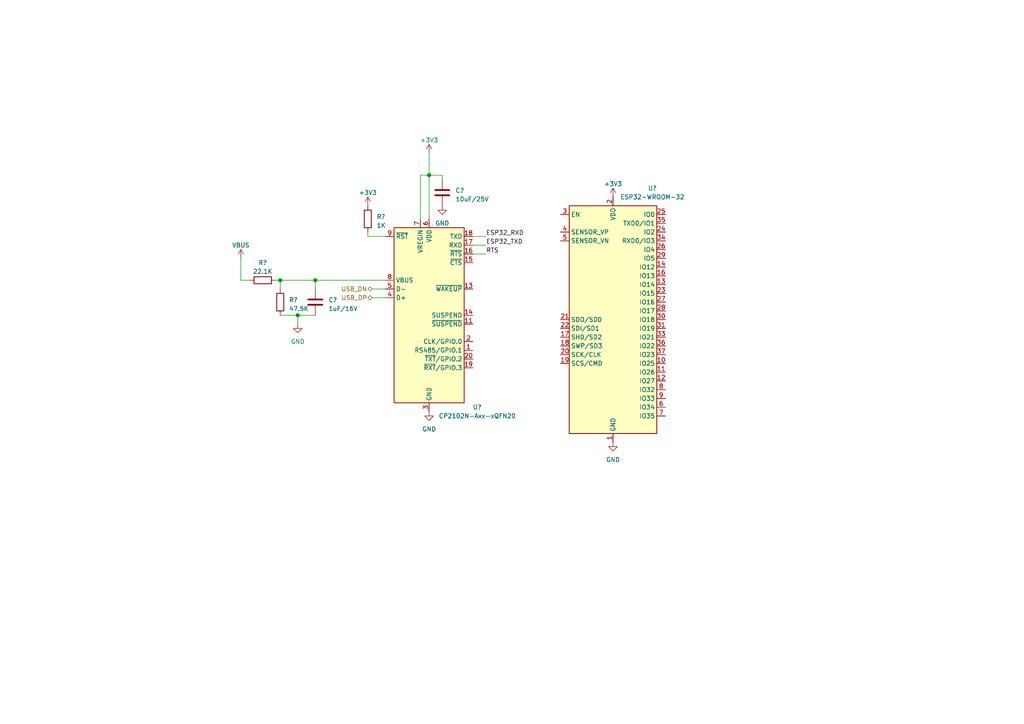
<source format=kicad_sch>
(kicad_sch (version 20210406) (generator eeschema)
  (paper "A4")
  (lib_symbols
    (symbol "Device:C" (pin_numbers hide) (pin_names (offset 0.254))
      (property "Reference" "C" (at 0.635 2.54 0))
      (property "Value" "C" (at 0.635 -2.54 0))
      (symbol "C_0_1"
        (polyline (pts (xy -2.032 -0.762) (xy 2.032 -0.762)) (stroke (width 0.508)))
        (polyline (pts (xy -2.032 0.762) (xy 2.032 0.762)) (stroke (width 0.508)))
      )
      (symbol "C_1_1"
        (pin passive line (at 0 3.81 270) (length 2.794) (name "~") (number "1"))
        (pin passive line (at 0 -3.81 90) (length 2.794) (name "~") (number "2"))
      )
    )
    (symbol "Device:R" (pin_numbers hide) (pin_names (offset 0))
      (property "Reference" "R" (at 2.032 0 90))
      (property "Value" "R" (at 0 0 90))
      (symbol "R_0_1"
        (rectangle (start -1.016 -2.54) (end 1.016 2.54) (stroke (width 0.254)))
      )
      (symbol "R_1_1"
        (pin passive line (at 0 3.81 270) (length 1.27) (name "~") (number "1"))
        (pin passive line (at 0 -3.81 90) (length 1.27) (name "~") (number "2"))
      )
    )
    (symbol "Interface_USB:CP2102N-Axx-xQFN20"
      (property "Reference" "U" (at -8.89 26.67 0))
      (property "Value" "CP2102N-Axx-xQFN20" (at 12.7 26.67 0))
      (symbol "CP2102N-Axx-xQFN20_0_1"
        (rectangle (start -10.16 25.4) (end 10.16 -25.4) (stroke (width 0.254)) (fill (type background)))
      )
      (symbol "CP2102N-Axx-xQFN20_1_1"
        (pin bidirectional line (at 12.7 -10.16 180) (length 2.54) (name "RS485/GPIO.1") (number "1"))
        (pin no_connect line (at -10.16 -22.86 0) (length 2.54) hide (name "NC") (number "10"))
        (pin output line (at 12.7 -2.54 180) (length 2.54) (name "~SUSPEND") (number "11"))
        (pin passive line (at 0 -27.94 90) (length 2.54) hide (name "GND") (number "12"))
        (pin input line (at 12.7 7.62 180) (length 2.54) (name "~WAKEUP") (number "13"))
        (pin output line (at 12.7 0 180) (length 2.54) (name "SUSPEND") (number "14"))
        (pin input line (at 12.7 15.24 180) (length 2.54) (name "~CTS") (number "15"))
        (pin output line (at 12.7 17.78 180) (length 2.54) (name "~RTS") (number "16"))
        (pin input line (at 12.7 20.32 180) (length 2.54) (name "RXD") (number "17"))
        (pin output line (at 12.7 22.86 180) (length 2.54) (name "TXD") (number "18"))
        (pin bidirectional line (at 12.7 -15.24 180) (length 2.54) (name "~RXT~/GPIO.3") (number "19"))
        (pin bidirectional line (at 12.7 -7.62 180) (length 2.54) (name "CLK/GPIO.0") (number "2"))
        (pin bidirectional line (at 12.7 -12.7 180) (length 2.54) (name "~TXT~/GPIO.2") (number "20"))
        (pin passive line (at 0 -27.94 90) (length 2.54) hide (name "GND") (number "21"))
        (pin power_in line (at 0 -27.94 90) (length 2.54) (name "GND") (number "3"))
        (pin bidirectional line (at -12.7 5.08 0) (length 2.54) (name "D+") (number "4"))
        (pin bidirectional line (at -12.7 7.62 0) (length 2.54) (name "D-") (number "5"))
        (pin power_in line (at 0 27.94 270) (length 2.54) (name "VDD") (number "6"))
        (pin power_in line (at -2.54 27.94 270) (length 2.54) (name "VREGIN") (number "7"))
        (pin input line (at -12.7 10.16 0) (length 2.54) (name "VBUS") (number "8"))
        (pin input line (at -12.7 22.86 0) (length 2.54) (name "~RST") (number "9"))
      )
    )
    (symbol "RF_Module:ESP32-WROOM-32"
      (property "Reference" "U" (at -12.7 34.29 0))
      (property "Value" "ESP32-WROOM-32" (at 1.27 34.29 0))
      (symbol "ESP32-WROOM-32_0_1"
        (rectangle (start -12.7 33.02) (end 12.7 -33.02) (stroke (width 0.254)) (fill (type background)))
      )
      (symbol "ESP32-WROOM-32_1_1"
        (pin power_in line (at 0 -35.56 90) (length 2.54) (name "GND") (number "1"))
        (pin bidirectional line (at 15.24 -12.7 180) (length 2.54) (name "IO25") (number "10"))
        (pin bidirectional line (at 15.24 -15.24 180) (length 2.54) (name "IO26") (number "11"))
        (pin bidirectional line (at 15.24 -17.78 180) (length 2.54) (name "IO27") (number "12"))
        (pin bidirectional line (at 15.24 10.16 180) (length 2.54) (name "IO14") (number "13"))
        (pin bidirectional line (at 15.24 15.24 180) (length 2.54) (name "IO12") (number "14"))
        (pin passive line (at 0 -35.56 90) (length 2.54) hide (name "GND") (number "15"))
        (pin bidirectional line (at 15.24 12.7 180) (length 2.54) (name "IO13") (number "16"))
        (pin bidirectional line (at -15.24 -5.08 0) (length 2.54) (name "SHD/SD2") (number "17"))
        (pin bidirectional line (at -15.24 -7.62 0) (length 2.54) (name "SWP/SD3") (number "18"))
        (pin bidirectional line (at -15.24 -12.7 0) (length 2.54) (name "SCS/CMD") (number "19"))
        (pin power_in line (at 0 35.56 270) (length 2.54) (name "VDD") (number "2"))
        (pin bidirectional line (at -15.24 -10.16 0) (length 2.54) (name "SCK/CLK") (number "20"))
        (pin bidirectional line (at -15.24 0 0) (length 2.54) (name "SDO/SD0") (number "21"))
        (pin bidirectional line (at -15.24 -2.54 0) (length 2.54) (name "SDI/SD1") (number "22"))
        (pin bidirectional line (at 15.24 7.62 180) (length 2.54) (name "IO15") (number "23"))
        (pin bidirectional line (at 15.24 25.4 180) (length 2.54) (name "IO2") (number "24"))
        (pin bidirectional line (at 15.24 30.48 180) (length 2.54) (name "IO0") (number "25"))
        (pin bidirectional line (at 15.24 20.32 180) (length 2.54) (name "IO4") (number "26"))
        (pin bidirectional line (at 15.24 5.08 180) (length 2.54) (name "IO16") (number "27"))
        (pin bidirectional line (at 15.24 2.54 180) (length 2.54) (name "IO17") (number "28"))
        (pin bidirectional line (at 15.24 17.78 180) (length 2.54) (name "IO5") (number "29"))
        (pin input line (at -15.24 30.48 0) (length 2.54) (name "EN") (number "3"))
        (pin bidirectional line (at 15.24 0 180) (length 2.54) (name "IO18") (number "30"))
        (pin bidirectional line (at 15.24 -2.54 180) (length 2.54) (name "IO19") (number "31"))
        (pin no_connect line (at -12.7 -27.94 0) (length 2.54) hide (name "NC") (number "32"))
        (pin bidirectional line (at 15.24 -5.08 180) (length 2.54) (name "IO21") (number "33"))
        (pin bidirectional line (at 15.24 22.86 180) (length 2.54) (name "RXD0/IO3") (number "34"))
        (pin bidirectional line (at 15.24 27.94 180) (length 2.54) (name "TXD0/IO1") (number "35"))
        (pin bidirectional line (at 15.24 -7.62 180) (length 2.54) (name "IO22") (number "36"))
        (pin bidirectional line (at 15.24 -10.16 180) (length 2.54) (name "IO23") (number "37"))
        (pin passive line (at 0 -35.56 90) (length 2.54) hide (name "GND") (number "38"))
        (pin passive line (at 0 -35.56 90) (length 2.54) hide (name "GND") (number "39"))
        (pin input line (at -15.24 25.4 0) (length 2.54) (name "SENSOR_VP") (number "4"))
        (pin input line (at -15.24 22.86 0) (length 2.54) (name "SENSOR_VN") (number "5"))
        (pin input line (at 15.24 -25.4 180) (length 2.54) (name "IO34") (number "6"))
        (pin input line (at 15.24 -27.94 180) (length 2.54) (name "IO35") (number "7"))
        (pin bidirectional line (at 15.24 -20.32 180) (length 2.54) (name "IO32") (number "8"))
        (pin bidirectional line (at 15.24 -22.86 180) (length 2.54) (name "IO33") (number "9"))
      )
    )
    (symbol "power:+3.3V" (power) (pin_names (offset 0))
      (property "Value" "+3.3V" (at 0 3.556 0))
      (symbol "+3.3V_0_1"
        (polyline (pts (xy -0.762 1.27) (xy 0 2.54)))
        (polyline (pts (xy 0 0) (xy 0 2.54)))
        (polyline (pts (xy 0 2.54) (xy 0.762 1.27)))
      )
      (symbol "+3.3V_1_1"
        (pin power_in line (at 0 0 90) (length 0) hide (name "+3V3") (number "1"))
      )
    )
    (symbol "power:GND" (power) (pin_names (offset 0))
      (property "Value" "GND" (at 0 -3.81 0))
      (symbol "GND_0_1"
        (polyline (pts (xy 0 0) (xy 0 -1.27) (xy 1.27 -1.27) (xy 0 -2.54) (xy -1.27 -1.27) (xy 0 -1.27)))
      )
      (symbol "GND_1_1"
        (pin power_in line (at 0 0 270) (length 0) hide (name "GND") (number "1"))
      )
    )
    (symbol "power:VBUS" (power) (pin_names (offset 0))
      (property "Value" "VBUS" (at 0 3.81 0))
      (symbol "VBUS_0_1"
        (polyline (pts (xy -0.762 1.27) (xy 0 2.54)))
        (polyline (pts (xy 0 0) (xy 0 2.54)))
        (polyline (pts (xy 0 2.54) (xy 0.762 1.27)))
      )
      (symbol "VBUS_1_1"
        (pin power_in line (at 0 0 90) (length 0) hide (name "VBUS") (number "1"))
      )
    )
  )
  (junction (at 81.28 81.28) (diameter 1.016))
  (junction (at 86.36 91.44) (diameter 1.016))
  (junction (at 91.44 81.28) (diameter 1.016))
  (junction (at 124.46 50.8) (diameter 1.016))
  (wire (pts (xy 69.85 74.93) (xy 69.85 81.28)))
  (wire (pts (xy 69.85 81.28) (xy 72.39 81.28)))
  (wire (pts (xy 80.01 81.28) (xy 81.28 81.28)))
  (wire (pts (xy 81.28 81.28) (xy 81.28 83.82)))
  (wire (pts (xy 81.28 81.28) (xy 91.44 81.28)))
  (wire (pts (xy 81.28 91.44) (xy 86.36 91.44)))
  (wire (pts (xy 86.36 91.44) (xy 86.36 93.98)))
  (wire (pts (xy 86.36 91.44) (xy 91.44 91.44)))
  (wire (pts (xy 91.44 81.28) (xy 91.44 83.82)))
  (wire (pts (xy 91.44 81.28) (xy 111.76 81.28)))
  (wire (pts (xy 106.68 68.58) (xy 106.68 67.31)))
  (wire (pts (xy 106.68 68.58) (xy 111.76 68.58)))
  (wire (pts (xy 107.95 83.82) (xy 111.76 83.82)))
  (wire (pts (xy 107.95 86.36) (xy 111.76 86.36)))
  (wire (pts (xy 121.92 50.8) (xy 124.46 50.8)))
  (wire (pts (xy 121.92 63.5) (xy 121.92 50.8)))
  (wire (pts (xy 124.46 44.45) (xy 124.46 50.8)))
  (wire (pts (xy 124.46 50.8) (xy 124.46 63.5)))
  (wire (pts (xy 124.46 50.8) (xy 128.27 50.8)))
  (wire (pts (xy 128.27 50.8) (xy 128.27 52.07)))
  (wire (pts (xy 137.16 68.58) (xy 140.97 68.58)))
  (wire (pts (xy 137.16 71.12) (xy 140.97 71.12)))
  (wire (pts (xy 137.16 73.66) (xy 140.97 73.66)))
  (label "ESP32_RXD" (at 140.97 68.58 0))
  (label "ESP32_TXD" (at 140.97 71.12 0))
  (label "RTS" (at 140.97 73.66 0))
  (hierarchical_label "USB_DN" (shape bidirectional) (at 107.95 83.82 180))
  (hierarchical_label "USB_DP" (shape bidirectional) (at 107.95 86.36 180))
  (symbol (lib_id "power:VBUS") (at 69.85 74.93 0) (unit 1)
    (property "Reference" "#PWR?" (effects hide))
    (property "Value" "VBUS" (at 69.85 71.12 0))
  )
  (symbol (lib_id "power:+3.3V") (at 106.68 59.69 0) (unit 1)
    (property "Reference" "#PWR?" (effects hide))
    (property "Value" "+3.3V" (at 106.68 55.88 0))
  )
  (symbol (lib_id "power:+3.3V") (at 124.46 44.45 0) (unit 1)
    (property "Reference" "#PWR?" (effects hide))
    (property "Value" "+3.3V" (at 124.46 40.64 0))
  )
  (symbol (lib_id "power:+3.3V") (at 177.8 57.15 0) (unit 1)
    (property "Reference" "#PWR?" (effects hide))
    (property "Value" "+3.3V" (at 177.8 53.34 0))
  )
  (symbol (lib_id "power:GND") (at 86.36 93.98 0) (unit 1)
    (property "Reference" "#PWR?" (effects hide))
    (property "Value" "GND" (at 86.36 99.06 0))
  )
  (symbol (lib_id "power:GND") (at 124.46 119.38 0) (unit 1)
    (property "Reference" "#PWR?" (effects hide))
    (property "Value" "GND" (at 124.46 124.46 0))
  )
  (symbol (lib_id "power:GND") (at 128.27 59.69 0) (unit 1)
    (property "Reference" "#PWR?" (effects hide))
    (property "Value" "GND" (at 128.27 64.77 0))
  )
  (symbol (lib_id "power:GND") (at 177.8 128.27 0) (unit 1)
    (property "Reference" "#PWR?" (effects hide))
    (property "Value" "GND" (at 177.8 133.35 0))
  )
  (symbol (lib_id "Device:R") (at 76.2 81.28 90) (unit 1)
    (property "Reference" "R?" (at 76.2 76.2 90))
    (property "Value" "22.1K" (at 76.2 78.74 90))
  )
  (symbol (lib_id "Device:R") (at 81.28 87.63 0) (unit 1)
    (property "Reference" "R?" (at 83.82 86.9949 0) (effects (justify left)))
    (property "Value" "47.5K" (at 83.82 89.5349 0) (effects (justify left)))
  )
  (symbol (lib_id "Device:R") (at 106.68 63.5 0) (unit 1)
    (property "Reference" "R?" (at 109.22 62.8649 0) (effects (justify left)))
    (property "Value" "1K" (at 109.22 65.4049 0) (effects (justify left)))
  )
  (symbol (lib_id "Device:C") (at 91.44 87.63 0) (unit 1)
    (property "Reference" "C?" (at 95.25 86.9949 0) (effects (justify left)))
    (property "Value" "1uF/16V" (at 95.25 89.5349 0) (effects (justify left)))
  )
  (symbol (lib_id "Device:C") (at 128.27 55.88 0) (unit 1)
    (property "Reference" "C?" (at 132.08 55.2449 0) (effects (justify left)))
    (property "Value" "10uF/25V" (at 132.08 57.7849 0) (effects (justify left)))
  )
  (symbol (lib_id "Interface_USB:CP2102N-Axx-xQFN20") (at 124.46 91.44 0) (unit 1)
    (property "Reference" "U?" (at 138.43 118.11 0))
    (property "Value" "CP2102N-Axx-xQFN20" (at 138.43 120.65 0))
    (property "Footprint" "Package_DFN_QFN:SiliconLabs_QFN-20-1EP_3x3mm_P0.5mm" (effects hide))
    (property "Datasheet" "https://www.silabs.com/documents/public/data-sheets/cp2102n-datasheet.pdf" (effects hide))
  )
  (symbol (lib_id "RF_Module:ESP32-WROOM-32") (at 177.8 92.71 0) (unit 1)
    (property "Reference" "U?" (at 189.23 54.61 0))
    (property "Value" "ESP32-WROOM-32" (at 189.23 57.15 0))
    (property "Footprint" "RF_Module:ESP32-WROOM-32" (effects hide))
    (property "Datasheet" "https://www.espressif.com/sites/default/files/documentation/esp32-wroom-32_datasheet_en.pdf" (effects hide))
  )
)
</source>
